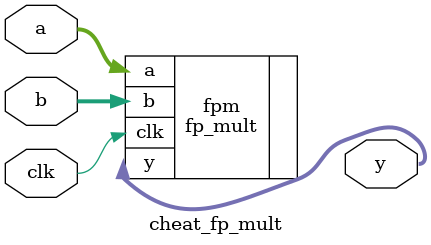
<source format=v>
`timescale 1ns / 1ps
module cheat_fp_mult(
		input  wire     clk,
		input  wire[31:0] a,
		input  wire[31:0] b,
		output wire[31:0] y
    );
		/*
		wire[31:0] ca;
		wire[31:0] cb;
		reg [31:0] a_temp;
		reg [31:0] b_temp;
		
		always @ (a,b) 
			begin
				if(!a[22:0])
					a_temp <= {a[31:1], 1'b1};
				if(!b[22:0])
					b_temp <= {a[31:1], 1'b1};
			end
			
		assign ca = a_temp;
		assign cb = b_temp;
		*/
		fp_mult fpm(
			.clk(clk),
			.a(a),
			.b(b),
			.y(y)
			);
        reg [31:0] asdf;

endmodule

</source>
